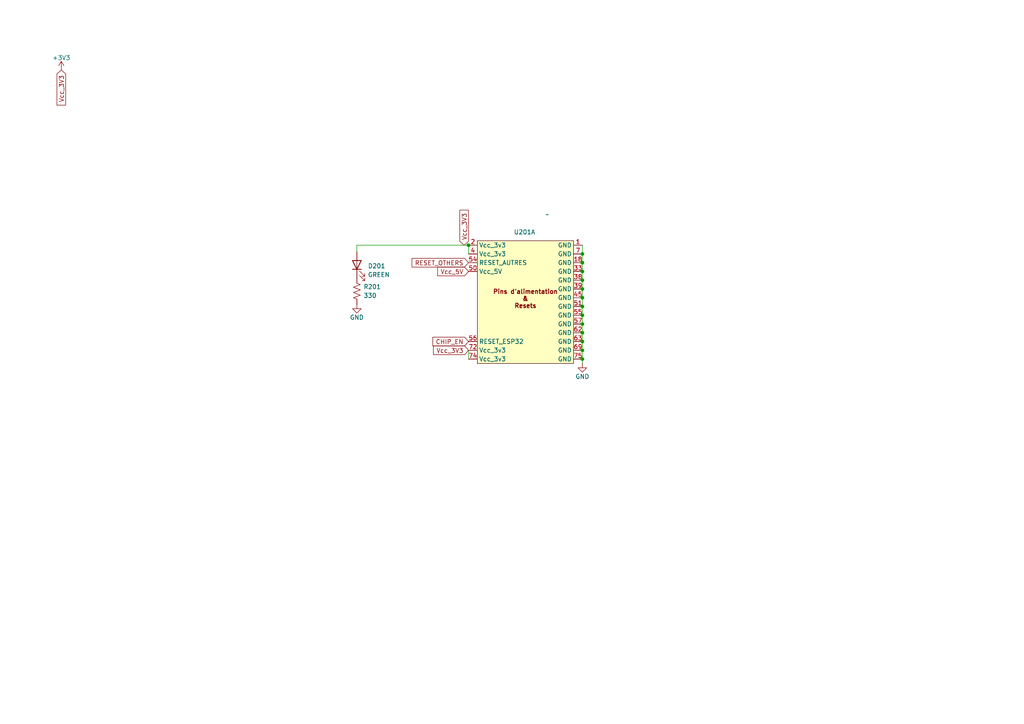
<source format=kicad_sch>
(kicad_sch (version 20231120) (generator "eeschema") (generator_version "8.0")
  (paper "A4")
  (lib_symbols
    (symbol "Device:LED" (pin_numbers hide) (pin_names (offset 1.016) hide)
      (property "Reference" "D" (at 0 2.54 0))
      (property "Value" "LED" (at 0 -2.54 0))
      (symbol "LED_0_1"
        (polyline (pts (xy -1.27 -1.27) (xy -1.27 1.27)) (stroke (width 0.254)))
        (polyline (pts (xy -1.27 0) (xy 1.27 0)))
        (polyline (pts (xy 1.27 -1.27) (xy 1.27 1.27) (xy -1.27 0) (xy 1.27 -1.27)) (stroke (width 0.254)))
        (polyline (pts (xy -3.048 -0.762) (xy -4.572 -2.286) (xy -3.81 -2.286) (xy -4.572 -2.286) (xy -4.572 -1.524)))
        (polyline (pts (xy -1.778 -0.762) (xy -3.302 -2.286) (xy -2.54 -2.286) (xy -3.302 -2.286) (xy -3.302 -1.524)))
      )
      (symbol "LED_1_1"
        (pin passive line (at -3.81 0 0) (length 2.54) (name "K") (number "1"))
        (pin passive line (at 3.81 0 180) (length 2.54) (name "A") (number "2"))
      )
    )
    (symbol "Device:R_US" (pin_numbers hide) (pin_names (offset 0))
      (property "Reference" "R" (at 2.54 0 90))
      (property "Value" "R_US" (at -2.54 0 90))
      (symbol "R_US_0_1"
        (polyline (pts (xy 0 -2.286) (xy 0 -2.54)))
        (polyline (pts (xy 0 2.286) (xy 0 2.54)))
        (polyline (pts (xy 0 -0.762) (xy 1.016 -1.143) (xy 0 -1.524) (xy -1.016 -1.905) (xy 0 -2.286)))
        (polyline (pts (xy 0 0.762) (xy 1.016 0.381) (xy 0 0) (xy -1.016 -0.381) (xy 0 -0.762)))
        (polyline (pts (xy 0 2.286) (xy 1.016 1.905) (xy 0 1.524) (xy -1.016 1.143) (xy 0 0.762)))
      )
      (symbol "R_US_1_1"
        (pin passive line (at 0 3.81 270) (length 1.27) (name "~") (number "1"))
        (pin passive line (at 0 -3.81 90) (length 1.27) (name "~") (number "2"))
      )
    )
    (symbol "connecteur_m2_key_E:connecteur_SOM_ESP32_V2"
      (property "Reference" "U1" (at 6.35 7.62 0))
      (property "Value" "~" (at 6.35 7.62 0))
      (symbol "connecteur_SOM_ESP32_V2_1_1"
        (rectangle (start -13.97 0) (end 13.97 -35.56) (stroke (width 0) (color 72 0 0 1)) (fill (type background)))
        (text "Pins d'alimentation\n&\nResets" (at 0 -16.764 0) (effects (font (size 1.27 1.27) (bold yes))))
        (pin power_in line (at 16.51 -1.27 180) (length 2.54) (name "GND") (number "1"))
        (pin power_in line (at 16.51 -6.35 180) (length 2.54) (name "GND") (number "18"))
        (pin power_in line (at -16.51 -1.27 0) (length 2.54) (name "Vcc_3v3") (number "2"))
        (pin power_in line (at 16.51 -8.89 180) (length 2.54) (name "GND") (number "33"))
        (pin power_in line (at 16.51 -11.43 180) (length 2.54) (name "GND") (number "38"))
        (pin power_in line (at 16.51 -13.97 180) (length 2.54) (name "GND") (number "39"))
        (pin power_in line (at -16.51 -3.81 0) (length 2.54) (name "Vcc_3v3") (number "4"))
        (pin power_in line (at 16.51 -16.51 180) (length 2.54) (name "GND") (number "45"))
        (pin power_in line (at -16.51 -8.89 0) (length 2.54) (name "Vcc_5V") (number "50"))
        (pin power_in line (at 16.51 -19.05 180) (length 2.54) (name "GND") (number "51"))
        (pin bidirectional line (at -16.51 -6.35 0) (length 2.54) (name "RESET_AUTRES") (number "54"))
        (pin power_in line (at 16.51 -21.59 180) (length 2.54) (name "GND") (number "55"))
        (pin bidirectional line (at -16.51 -29.21 0) (length 2.54) (name "RESET_ESP32") (number "56"))
        (pin power_in line (at 16.51 -24.13 180) (length 2.54) (name "GND") (number "57"))
        (pin power_in line (at 16.51 -26.67 180) (length 2.54) (name "GND") (number "62"))
        (pin power_in line (at 16.51 -29.21 180) (length 2.54) (name "GND") (number "63"))
        (pin power_in line (at 16.51 -31.75 180) (length 2.54) (name "GND") (number "69"))
        (pin power_in line (at 16.51 -3.81 180) (length 2.54) (name "GND") (number "7"))
        (pin power_in line (at -16.51 -31.75 0) (length 2.54) (name "Vcc_3v3") (number "72"))
        (pin power_in line (at -16.51 -34.29 0) (length 2.54) (name "Vcc_3v3") (number "74"))
        (pin power_in line (at 16.51 -34.29 180) (length 2.54) (name "GND") (number "75"))
      )
      (symbol "connecteur_SOM_ESP32_V2_2_1"
        (rectangle (start -17.78 0) (end 16.51 -24.13) (stroke (width 0) (color 0 0 72 1)) (fill (type background)))
        (text "I2C" (at -0.254 -11.684 0) (effects (font (size 1.27 1.27))))
        (pin bidirectional line (at 19.05 -3.81 180) (length 2.54) (name "I2C_SCL_1_TCA") (number "11"))
        (pin bidirectional line (at 19.05 -7.62 180) (length 2.54) (name "I2C_SDA_2_TCA") (number "13"))
        (pin bidirectional line (at 19.05 -13.97 180) (length 2.54) (name "I2C_SDA_3_TCA") (number "14"))
        (pin bidirectional line (at 19.05 -10.16 180) (length 2.54) (name "I2C_SCL_2_TCA") (number "15"))
        (pin bidirectional line (at 19.05 -16.51 180) (length 2.54) (name "I2C_SCL_3_TCA") (number "16"))
        (pin bidirectional line (at 19.05 -20.32 180) (length 2.54) (name "I2C_SDA_4_TCA") (number "17"))
        (pin bidirectional line (at 19.05 -22.86 180) (length 2.54) (name "I2C_SCL_4_TCA") (number "19"))
        (pin bidirectional line (at -20.32 -10.16 0) (length 2.54) (name "I2C_SDA_ESP32") (number "58"))
        (pin bidirectional line (at -20.32 -12.7 0) (length 2.54) (name "I2C_SCL_ESP32") (number "60"))
        (pin bidirectional line (at 19.05 -1.27 180) (length 2.54) (name "I2C_SDA_1_TCA") (number "9"))
      )
      (symbol "connecteur_SOM_ESP32_V2_3_1"
        (rectangle (start -2.54 6.35) (end 15.24 -7.62) (stroke (width 0) (color 0 0 72 1)) (fill (type background)))
        (text "SPI" (at 0 0 0) (effects (font (size 1.27 1.27) (bold yes))))
        (pin bidirectional line (at 17.78 5.08 180) (length 2.54) (name "CS_1") (number "20"))
        (pin bidirectional line (at 17.78 2.54 180) (length 2.54) (name "CS_2") (number "21"))
        (pin bidirectional line (at 17.78 -1.27 180) (length 2.54) (name "SPI_CLK") (number "23"))
        (pin bidirectional line (at 17.78 -3.81 180) (length 2.54) (name "SPI_MOSI") (number "35"))
        (pin bidirectional line (at 17.78 -6.35 180) (length 2.54) (name "SPI_MISO") (number "37"))
      )
      (symbol "connecteur_SOM_ESP32_V2_4_1"
        (rectangle (start -12.7 2.54) (end 11.43 -2.54) (stroke (width 0) (color 0 0 72 1)) (fill (type background)))
        (text "Canbus" (at -8.636 0.254 0) (effects (font (size 1.27 1.27) (bold yes))))
        (pin bidirectional line (at 13.97 1.27 180) (length 2.54) (name "CAN_H_MCP2515") (number "71"))
        (pin bidirectional line (at 13.97 -1.27 180) (length 2.54) (name "CAN_L_MCP2515") (number "73"))
      )
      (symbol "connecteur_SOM_ESP32_V2_5_1"
        (rectangle (start -11.43 2.54) (end 3.81 -2.54) (stroke (width 0) (color 0 0 72 1)) (fill (type background)))
        (text "UART" (at -7.874 0.254 0) (effects (font (size 1.27 1.27) (bold yes))))
        (pin bidirectional line (at 6.35 1.27 180) (length 2.54) (name "UART_TX") (number "22"))
        (pin bidirectional line (at 6.35 -1.27 180) (length 2.54) (name "UART_RX") (number "32"))
      )
      (symbol "connecteur_SOM_ESP32_V2_6_1"
        (rectangle (start -13.97 2.54) (end 8.89 -2.54) (stroke (width 0) (color 0 0 72 1)) (fill (type background)))
        (text "USB" (at -11.176 0.254 0) (effects (font (size 1.27 1.27) (bold yes))))
        (pin bidirectional line (at 11.43 -1.27 180) (length 2.54) (name "USB_D+_FT231") (number "3"))
        (pin bidirectional line (at 11.43 1.27 180) (length 2.54) (name "USB_D-_FT231") (number "5"))
      )
      (symbol "connecteur_SOM_ESP32_V2_7_1"
        (rectangle (start -13.97 2.54) (end 10.16 -2.54) (stroke (width 0) (color 0 0 72 1)) (fill (type background)))
        (text "DEBUG" (at -9.906 0.254 0) (effects (font (size 1.27 1.27) (bold yes))))
        (pin bidirectional line (at 12.7 1.27 180) (length 2.54) (name "USB_DEBUG_D-") (number "46"))
        (pin bidirectional line (at 12.7 -1.27 180) (length 2.54) (name "USB_DEBUG_D+") (number "48"))
      )
      (symbol "connecteur_SOM_ESP32_V2_8_1"
        (rectangle (start -15.24 3.81) (end 5.08 -3.81) (stroke (width 0) (color 0 0 72 1)) (fill (type background)))
        (text "I2S" (at -12.192 0 0) (effects (font (size 1.27 1.27) (bold yes))))
        (pin bidirectional line (at 7.62 0 180) (length 2.54) (name "I2S_WS") (number "10"))
        (pin bidirectional line (at 7.62 -2.54 180) (length 2.54) (name "I2S_DIN/DOUT") (number "12"))
        (pin bidirectional line (at 7.62 2.54 180) (length 2.54) (name "I2S_BCLK") (number "8"))
      )
      (symbol "connecteur_SOM_ESP32_V2_9_1"
        (rectangle (start -11.43 5.08) (end 13.97 -5.08) (stroke (width 0) (color 0 72 0 1)) (fill (type background)))
        (text "Sortie PWM\n" (at -5.588 0.254 0) (effects (font (size 1.27 1.27))))
        (pin output line (at 16.51 3.81 180) (length 2.54) (name "PWM_1_PCA") (number "64"))
        (pin output line (at 16.51 1.27 180) (length 2.54) (name "PWM_2_PCA") (number "66"))
        (pin output line (at 16.51 -1.27 180) (length 2.54) (name "PWM_3_PCA") (number "68"))
        (pin output line (at 16.51 -3.81 180) (length 2.54) (name "PWM_4_PCA") (number "70"))
      )
      (symbol "connecteur_SOM_ESP32_V2_10_1"
        (rectangle (start -13.97 3.81) (end 12.7 -8.89) (stroke (width 0) (color 0 72 0 1)) (fill (type background)))
        (text "ESP32\n" (at -0.762 -6.604 0) (effects (font (size 1.27 1.27))))
        (text "GPIO pins" (at -0.762 2.032 0) (effects (font (size 1.27 1.27))))
        (pin bidirectional line (at 15.24 -5.08 180) (length 2.54) (name "GPIO47") (number "34"))
        (pin bidirectional line (at 15.24 -7.62 180) (length 2.54) (name "GPIO48") (number "36"))
        (pin bidirectional line (at -16.51 2.54 0) (length 2.54) (name "GPIO15") (number "40"))
        (pin bidirectional line (at -16.51 0 0) (length 2.54) (name "GPIO16") (number "41"))
        (pin bidirectional line (at -16.51 -2.54 0) (length 2.54) (name "GPIO26") (number "42"))
        (pin bidirectional line (at -16.51 -5.08 0) (length 2.54) (name "GPIO33") (number "43"))
        (pin bidirectional line (at -16.51 -7.62 0) (length 2.54) (name "GPIO34") (number "44"))
        (pin bidirectional line (at 15.24 2.54 180) (length 2.54) (name "GPIO45") (number "52"))
        (pin bidirectional line (at 15.24 0 180) (length 2.54) (name "GPIO46") (number "53"))
        (pin bidirectional line (at 15.24 -2.54 180) (length 2.54) (name "GPIO38&LED") (number "6"))
      )
    )
    (symbol "power:+3V3" (power) (pin_numbers hide) (pin_names (offset 0) hide)
      (property "Value" "+3V3" (at 0 3.556 0))
      (symbol "+3V3_0_1"
        (polyline (pts (xy -0.762 1.27) (xy 0 2.54)))
        (polyline (pts (xy 0 0) (xy 0 2.54)))
        (polyline (pts (xy 0 2.54) (xy 0.762 1.27)))
      )
      (symbol "+3V3_1_1"
        (pin power_in line (at 0 0 90) (length 0) (name "~") (number "1"))
      )
    )
    (symbol "power:GND" (power) (pin_numbers hide) (pin_names (offset 0) hide)
      (property "Value" "GND" (at 0 -3.81 0))
      (symbol "GND_0_1"
        (polyline (pts (xy 0 0) (xy 0 -1.27) (xy 1.27 -1.27) (xy 0 -2.54) (xy -1.27 -1.27) (xy 0 -1.27)))
      )
      (symbol "GND_1_1"
        (pin power_in line (at 0 0 270) (length 0) (name "~") (number "1"))
      )
    )
  )
  (junction (at 168.91 91.44))
  (junction (at 168.91 76.2))
  (junction (at 168.91 104.14))
  (junction (at 168.91 86.36))
  (junction (at 168.91 73.66))
  (junction (at 168.91 99.06))
  (junction (at 135.89 71.12))
  (junction (at 168.91 93.98))
  (junction (at 168.91 83.82))
  (junction (at 168.91 101.6))
  (junction (at 168.91 81.28))
  (junction (at 168.91 96.52))
  (junction (at 168.91 78.74))
  (junction (at 168.91 88.9))
  (wire (pts (xy 168.91 81.28) (xy 168.91 83.82)))
  (wire (pts (xy 168.91 76.2) (xy 168.91 78.74)))
  (wire (pts (xy 168.91 96.52) (xy 168.91 99.06)))
  (wire (pts (xy 168.91 104.14) (xy 168.91 105.41)))
  (wire (pts (xy 103.505 73.025) (xy 103.505 71.12)))
  (wire (pts (xy 168.91 101.6) (xy 168.91 104.14)))
  (wire (pts (xy 168.91 83.82) (xy 168.91 86.36)))
  (wire (pts (xy 103.505 71.12) (xy 135.89 71.12)))
  (wire (pts (xy 168.91 86.36) (xy 168.91 88.9)))
  (wire (pts (xy 168.91 71.12) (xy 168.91 73.66)))
  (wire (pts (xy 168.91 99.06) (xy 168.91 101.6)))
  (wire (pts (xy 168.91 93.98) (xy 168.91 96.52)))
  (wire (pts (xy 168.91 91.44) (xy 168.91 93.98)))
  (wire (pts (xy 168.91 78.74) (xy 168.91 81.28)))
  (wire (pts (xy 135.89 71.12) (xy 135.89 73.66)))
  (wire (pts (xy 168.91 73.66) (xy 168.91 76.2)))
  (wire (pts (xy 168.91 88.9) (xy 168.91 91.44)))
  (wire (pts (xy 135.89 101.6) (xy 135.89 104.14)))
  (global_label "Vcc_3V3" (shape input) (at 134.62 71.12 90) (property "Intersheetrefs" "${INTERSHEET_REFS}" (effects (hide yes))))
  (global_label "Vcc_5V" (shape input) (at 135.89 78.74 180) (property "Intersheetrefs" "${INTERSHEET_REFS}" (effects (hide yes))))
  (global_label "CHIP_EN" (shape input) (at 135.89 99.06 180) (property "Intersheetrefs" "${INTERSHEET_REFS}" (effects (hide yes))))
  (global_label "RESET_OTHERS" (shape input) (at 135.89 76.2 180) (property "Intersheetrefs" "${INTERSHEET_REFS}" (effects (hide yes))))
  (global_label "Vcc_3V3" (shape input) (at 17.78 20.32 270) (property "Intersheetrefs" "${INTERSHEET_REFS}" (effects (hide yes))))
  (global_label "Vcc_3V3" (shape input) (at 135.89 101.6 180) (property "Intersheetrefs" "${INTERSHEET_REFS}" (effects (hide yes))))
  (symbol (lib_id "power:+3V3") (at 17.78 20.32 0) (unit 1)
    (property "Reference" "#PWR0201" (effects (hide yes)))
    (property "Value" "+3V3" (at 17.78 16.764 0))
    (property "Description" "Power symbol creates a global label with name \"+3V3\"" (effects (hide yes)))
  )
  (symbol (lib_id "connecteur_m2_key_E:connecteur_SOM_ESP32_V2") (at 152.4 69.85 0) (unit 1)
    (property "Reference" "U201" (at 152.146 67.31 0))
    (property "Value" "~" (at 158.75 62.23 0))
    (property "Footprint" "connecteur_M2_key_E:NGFF_E" (effects (hide yes)))
  )
  (symbol (lib_id "power:GND") (at 103.505 88.265 0) (unit 1)
    (property "Reference" "#PWR0202" (effects (hide yes)))
    (property "Value" "GND" (at 103.505 92.075 0))
    (property "Description" "Power symbol creates a global label with name \"GND\" , ground" (effects (hide yes)))
  )
  (symbol (lib_id "Device:LED") (at 103.505 76.835 90) (unit 1)
    (property "Reference" "D201" (at 106.68 77.1524 90) (effects (justify right)))
    (property "Value" "GREEN" (at 106.68 79.6924 90) (effects (justify right)))
    (property "Footprint" "LED_SMD:LED_0805_2012Metric" (effects (hide yes)))
    (property "Description" "Light emitting diode" (effects (hide yes)))
  )
  (symbol (lib_id "Device:R_US") (at 103.505 84.455 0) (unit 1)
    (property "Reference" "R201" (at 105.41 83.1849 0) (effects (justify left)))
    (property "Value" "330" (at 105.41 85.7249 0) (effects (justify left)))
    (property "Footprint" "Resistor_SMD:R_0805_2012Metric" (effects (hide yes)))
    (property "Description" "Resistor, US symbol" (effects (hide yes)))
  )
  (symbol (lib_id "power:GND") (at 168.91 105.41 0) (unit 1)
    (property "Reference" "#PWR0203" (effects (hide yes)))
    (property "Value" "GND" (at 168.91 109.22 0))
    (property "Description" "Power symbol creates a global label with name \"GND\" , ground" (effects (hide yes)))
  )
)
</source>
